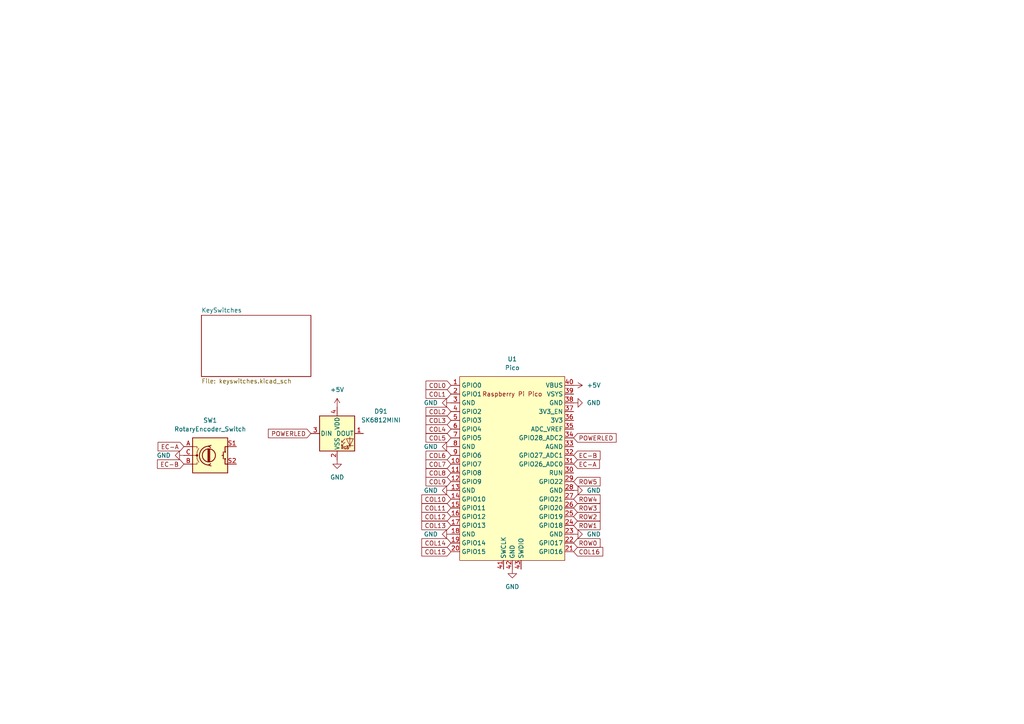
<source format=kicad_sch>
(kicad_sch (version 20250114) (generator "eeschema") (generator_version "9.0")
  (paper "A4")
  (lib_symbols
    (symbol "Device:RotaryEncoder_Switch" (pin_names (offset 0.254) (hide yes))
      (property "Reference" "SW" (at 0 6.604 0))
      (property "Value" "RotaryEncoder_Switch" (at 0 -6.604 0))
      (symbol "RotaryEncoder_Switch_0_1"
        (rectangle (start -5.08 5.08) (end 5.08 -5.08) (stroke (width 0.254)) (fill (type background)))
        (polyline (pts (xy -5.08 2.54) (xy -3.81 2.54) (xy -3.81 2.032)))
        (polyline (pts (xy -5.08 0) (xy -3.81 0) (xy -3.81 -1.016) (xy -3.302 -2.032)))
        (polyline (pts (xy -5.08 -2.54) (xy -3.81 -2.54) (xy -3.81 -2.032)))
        (polyline (pts (xy -4.318 0) (xy -3.81 0) (xy -3.81 1.016) (xy -3.302 2.032)))
        (circle (center -3.81 0) (radius 0.254) (fill (type outline)))
        (polyline (pts (xy -0.635 -1.778) (xy -0.635 1.778)) (stroke (width 0.254)))
        (circle (center -0.381 0) (radius 1.905) (stroke (width 0.254)))
        (polyline (pts (xy -0.381 -1.778) (xy -0.381 1.778)) (stroke (width 0.254)))
        (arc (start -0.381 -2.794) (mid -3.0988 -0.0635) (end -0.381 2.667) (stroke (width 0.254)))
        (polyline (pts (xy -0.127 1.778) (xy -0.127 -1.778)) (stroke (width 0.254)))
        (polyline (pts (xy 0.254 2.921) (xy -0.508 2.667) (xy 0.127 2.286)) (stroke (width 0.254)))
        (polyline (pts (xy 0.254 -3.048) (xy -0.508 -2.794) (xy 0.127 -2.413)) (stroke (width 0.254)))
        (polyline (pts (xy 3.81 1.016) (xy 3.81 -1.016)) (stroke (width 0.254)))
        (polyline (pts (xy 3.81 0) (xy 3.429 0)) (stroke (width 0.254)))
        (circle (center 4.318 1.016) (radius 0.127) (stroke (width 0.254)))
        (circle (center 4.318 -1.016) (radius 0.127) (stroke (width 0.254)))
        (polyline (pts (xy 5.08 2.54) (xy 4.318 2.54) (xy 4.318 1.016)) (stroke (width 0.254)))
        (polyline (pts (xy 5.08 -2.54) (xy 4.318 -2.54) (xy 4.318 -1.016)) (stroke (width 0.254)))
      )
      (symbol "RotaryEncoder_Switch_1_1"
        (pin passive line (at -7.62 2.54 0) (length 2.54) (name "A") (number "A"))
        (pin passive line (at -7.62 0 0) (length 2.54) (name "C") (number "C"))
        (pin passive line (at -7.62 -2.54 0) (length 2.54) (name "B") (number "B"))
        (pin passive line (at 7.62 2.54 180) (length 2.54) (name "S1") (number "S1"))
        (pin passive line (at 7.62 -2.54 180) (length 2.54) (name "S2") (number "S2"))
      )
    )
    (symbol "LED:SK6812MINI" (pin_names (offset 0.254))
      (property "Reference" "D" (at 5.08 5.715 0))
      (property "Value" "SK6812MINI" (at 1.27 -5.715 0))
      (symbol "SK6812MINI_0_0"
        (text "RGB" (at 2.286 -4.191 0) (effects (font (size 0.762 0.762))))
      )
      (symbol "SK6812MINI_0_1"
        (polyline (pts (xy 1.27 -2.54) (xy 1.778 -2.54)))
        (polyline (pts (xy 1.27 -3.556) (xy 1.778 -3.556)))
        (polyline (pts (xy 2.286 -1.524) (xy 1.27 -2.54) (xy 1.27 -2.032)))
        (polyline (pts (xy 2.286 -2.54) (xy 1.27 -3.556) (xy 1.27 -3.048)))
        (polyline (pts (xy 3.683 -1.016) (xy 3.683 -3.556) (xy 3.683 -4.064)))
        (polyline (pts (xy 4.699 -1.524) (xy 2.667 -1.524) (xy 3.683 -3.556) (xy 4.699 -1.524)))
        (polyline (pts (xy 4.699 -3.556) (xy 2.667 -3.556)))
        (rectangle (start 5.08 5.08) (end -5.08 -5.08) (stroke (width 0.254)) (fill (type background)))
      )
      (symbol "SK6812MINI_1_1"
        (pin input line (at -7.62 0 0) (length 2.54) (name "DIN") (number "3"))
        (pin power_in line (at 0 7.62 270) (length 2.54) (name "VDD") (number "4"))
        (pin power_in line (at 0 -7.62 90) (length 2.54) (name "VSS") (number "2"))
        (pin output line (at 7.62 0 180) (length 2.54) (name "DOUT") (number "1"))
      )
    )
    (symbol "MCU_RaspberryPi_and_Boards:Pico"
      (property "Reference" "U" (at -13.97 27.94 0))
      (property "Value" "Pico" (at 0 19.05 0))
      (symbol "Pico_0_0"
        (text "Raspberry Pi Pico" (at 0 21.59 0) (effects (font (size 1.27 1.27))))
      )
      (symbol "Pico_0_1"
        (rectangle (start -15.24 26.67) (end 15.24 -26.67) (fill (type background)))
      )
      (symbol "Pico_1_1"
        (pin bidirectional line (at -17.78 24.13 0) (length 2.54) (name "GPIO0") (number "1"))
        (pin bidirectional line (at -17.78 21.59 0) (length 2.54) (name "GPIO1") (number "2"))
        (pin power_in line (at -17.78 19.05 0) (length 2.54) (name "GND") (number "3"))
        (pin bidirectional line (at -17.78 16.51 0) (length 2.54) (name "GPIO2") (number "4"))
        (pin bidirectional line (at -17.78 13.97 0) (length 2.54) (name "GPIO3") (number "5"))
        (pin bidirectional line (at -17.78 11.43 0) (length 2.54) (name "GPIO4") (number "6"))
        (pin bidirectional line (at -17.78 8.89 0) (length 2.54) (name "GPIO5") (number "7"))
        (pin power_in line (at -17.78 6.35 0) (length 2.54) (name "GND") (number "8"))
        (pin bidirectional line (at -17.78 3.81 0) (length 2.54) (name "GPIO6") (number "9"))
        (pin bidirectional line (at -17.78 1.27 0) (length 2.54) (name "GPIO7") (number "10"))
        (pin bidirectional line (at -17.78 -1.27 0) (length 2.54) (name "GPIO8") (number "11"))
        (pin bidirectional line (at -17.78 -3.81 0) (length 2.54) (name "GPIO9") (number "12"))
        (pin power_in line (at -17.78 -6.35 0) (length 2.54) (name "GND") (number "13"))
        (pin bidirectional line (at -17.78 -8.89 0) (length 2.54) (name "GPIO10") (number "14"))
        (pin bidirectional line (at -17.78 -11.43 0) (length 2.54) (name "GPIO11") (number "15"))
        (pin bidirectional line (at -17.78 -13.97 0) (length 2.54) (name "GPIO12") (number "16"))
        (pin bidirectional line (at -17.78 -16.51 0) (length 2.54) (name "GPIO13") (number "17"))
        (pin power_in line (at -17.78 -19.05 0) (length 2.54) (name "GND") (number "18"))
        (pin bidirectional line (at -17.78 -21.59 0) (length 2.54) (name "GPIO14") (number "19"))
        (pin bidirectional line (at -17.78 -24.13 0) (length 2.54) (name "GPIO15") (number "20"))
        (pin input line (at -2.54 -29.21 90) (length 2.54) (name "SWCLK") (number "41"))
        (pin power_in line (at 0 -29.21 90) (length 2.54) (name "GND") (number "42"))
        (pin bidirectional line (at 2.54 -29.21 90) (length 2.54) (name "SWDIO") (number "43"))
        (pin power_in line (at 17.78 24.13 180) (length 2.54) (name "VBUS") (number "40"))
        (pin power_in line (at 17.78 21.59 180) (length 2.54) (name "VSYS") (number "39"))
        (pin bidirectional line (at 17.78 19.05 180) (length 2.54) (name "GND") (number "38"))
        (pin input line (at 17.78 16.51 180) (length 2.54) (name "3V3_EN") (number "37"))
        (pin power_in line (at 17.78 13.97 180) (length 2.54) (name "3V3") (number "36"))
        (pin power_in line (at 17.78 11.43 180) (length 2.54) (name "ADC_VREF") (number "35"))
        (pin bidirectional line (at 17.78 8.89 180) (length 2.54) (name "GPIO28_ADC2") (number "34"))
        (pin power_in line (at 17.78 6.35 180) (length 2.54) (name "AGND") (number "33"))
        (pin bidirectional line (at 17.78 3.81 180) (length 2.54) (name "GPIO27_ADC1") (number "32"))
        (pin bidirectional line (at 17.78 1.27 180) (length 2.54) (name "GPIO26_ADC0") (number "31"))
        (pin input line (at 17.78 -1.27 180) (length 2.54) (name "RUN") (number "30"))
        (pin bidirectional line (at 17.78 -3.81 180) (length 2.54) (name "GPIO22") (number "29"))
        (pin power_in line (at 17.78 -6.35 180) (length 2.54) (name "GND") (number "28"))
        (pin bidirectional line (at 17.78 -8.89 180) (length 2.54) (name "GPIO21") (number "27"))
        (pin bidirectional line (at 17.78 -11.43 180) (length 2.54) (name "GPIO20") (number "26"))
        (pin bidirectional line (at 17.78 -13.97 180) (length 2.54) (name "GPIO19") (number "25"))
        (pin bidirectional line (at 17.78 -16.51 180) (length 2.54) (name "GPIO18") (number "24"))
        (pin power_in line (at 17.78 -19.05 180) (length 2.54) (name "GND") (number "23"))
        (pin bidirectional line (at 17.78 -21.59 180) (length 2.54) (name "GPIO17") (number "22"))
        (pin bidirectional line (at 17.78 -24.13 180) (length 2.54) (name "GPIO16") (number "21"))
      )
    )
    (symbol "power:+5V" (power) (pin_numbers (hide yes)) (pin_names (offset 0) (hide yes))
      (property "Value" "+5V" (at 0 3.556 0))
      (symbol "+5V_0_1"
        (polyline (pts (xy -0.762 1.27) (xy 0 2.54)))
        (polyline (pts (xy 0 2.54) (xy 0.762 1.27)))
        (polyline (pts (xy 0 0) (xy 0 2.54)))
      )
      (symbol "+5V_1_1"
        (pin power_in line (at 0 0 90) (length 0) (name "~") (number "1"))
      )
    )
    (symbol "power:GND" (power) (pin_numbers (hide yes)) (pin_names (offset 0) (hide yes))
      (property "Value" "GND" (at 0 -3.81 0))
      (symbol "GND_0_1"
        (polyline (pts (xy 0 0) (xy 0 -1.27) (xy 1.27 -1.27) (xy 0 -2.54) (xy -1.27 -1.27) (xy 0 -1.27)))
      )
      (symbol "GND_1_1"
        (pin power_in line (at 0 0 270) (length 0) (name "~") (number "1"))
      )
    )
  )
  (global_label "COL8" (shape input) (at 130.81 137.16 180) (property "Intersheetrefs" "${INTERSHEET_REFS}" (effects (hide yes))))
  (global_label "ROW4" (shape input) (at 166.37 144.78 0) (property "Intersheetrefs" "${INTERSHEET_REFS}" (effects (hide yes))))
  (global_label "ROW3" (shape input) (at 166.37 147.32 0) (property "Intersheetrefs" "${INTERSHEET_REFS}" (effects (hide yes))))
  (global_label "COL1" (shape input) (at 130.81 114.3 180) (property "Intersheetrefs" "${INTERSHEET_REFS}" (effects (hide yes))))
  (global_label "POWERLED" (shape input) (at 166.37 127 0) (property "Intersheetrefs" "${INTERSHEET_REFS}" (effects (hide yes))))
  (global_label "EC-A" (shape input) (at 53.34 129.54 180) (property "Intersheetrefs" "${INTERSHEET_REFS}" (effects (hide yes))))
  (global_label "COL16" (shape input) (at 166.37 160.02 0) (property "Intersheetrefs" "${INTERSHEET_REFS}" (effects (hide yes))))
  (global_label "COL4" (shape input) (at 130.81 124.46 180) (property "Intersheetrefs" "${INTERSHEET_REFS}" (effects (hide yes))))
  (global_label "EC-B" (shape input) (at 166.37 132.08 0) (property "Intersheetrefs" "${INTERSHEET_REFS}" (effects (hide yes))))
  (global_label "COL5" (shape input) (at 130.81 127 180) (property "Intersheetrefs" "${INTERSHEET_REFS}" (effects (hide yes))))
  (global_label "ROW1" (shape input) (at 166.37 152.4 0) (property "Intersheetrefs" "${INTERSHEET_REFS}" (effects (hide yes))))
  (global_label "COL7" (shape input) (at 130.81 134.62 180) (property "Intersheetrefs" "${INTERSHEET_REFS}" (effects (hide yes))))
  (global_label "EC-B" (shape input) (at 53.34 134.62 180) (property "Intersheetrefs" "${INTERSHEET_REFS}" (effects (hide yes))))
  (global_label "COL14" (shape input) (at 130.81 157.48 180) (property "Intersheetrefs" "${INTERSHEET_REFS}" (effects (hide yes))))
  (global_label "COL15" (shape input) (at 130.81 160.02 180) (property "Intersheetrefs" "${INTERSHEET_REFS}" (effects (hide yes))))
  (global_label "COL6" (shape input) (at 130.81 132.08 180) (property "Intersheetrefs" "${INTERSHEET_REFS}" (effects (hide yes))))
  (global_label "EC-A" (shape input) (at 166.37 134.62 0) (property "Intersheetrefs" "${INTERSHEET_REFS}" (effects (hide yes))))
  (global_label "COL10" (shape input) (at 130.81 144.78 180) (property "Intersheetrefs" "${INTERSHEET_REFS}" (effects (hide yes))))
  (global_label "COL3" (shape input) (at 130.81 121.92 180) (property "Intersheetrefs" "${INTERSHEET_REFS}" (effects (hide yes))))
  (global_label "COL9" (shape input) (at 130.81 139.7 180) (property "Intersheetrefs" "${INTERSHEET_REFS}" (effects (hide yes))))
  (global_label "ROW0" (shape input) (at 166.37 157.48 0) (property "Intersheetrefs" "${INTERSHEET_REFS}" (effects (hide yes))))
  (global_label "POWERLED" (shape input) (at 90.17 125.73 180) (property "Intersheetrefs" "${INTERSHEET_REFS}" (effects (hide yes))))
  (global_label "ROW2" (shape input) (at 166.37 149.86 0) (property "Intersheetrefs" "${INTERSHEET_REFS}" (effects (hide yes))))
  (global_label "COL2" (shape input) (at 130.81 119.38 180) (property "Intersheetrefs" "${INTERSHEET_REFS}" (effects (hide yes))))
  (global_label "COL13" (shape input) (at 130.81 152.4 180) (property "Intersheetrefs" "${INTERSHEET_REFS}" (effects (hide yes))))
  (global_label "COL11" (shape input) (at 130.81 147.32 180) (property "Intersheetrefs" "${INTERSHEET_REFS}" (effects (hide yes))))
  (global_label "ROW5" (shape input) (at 166.37 139.7 0) (property "Intersheetrefs" "${INTERSHEET_REFS}" (effects (hide yes))))
  (global_label "COL12" (shape input) (at 130.81 149.86 180) (property "Intersheetrefs" "${INTERSHEET_REFS}" (effects (hide yes))))
  (global_label "COL0" (shape input) (at 130.81 111.76 180) (property "Intersheetrefs" "${INTERSHEET_REFS}" (effects (hide yes))))
  (symbol (lib_id "power:GND") (at 130.81 154.94 270) (unit 1)
    (property "Reference" "#PWR04" (effects (hide yes)))
    (property "Value" "GND" (at 127 154.9399 90) (effects (justify right)))
    (property "Description" "Power symbol creates a global label with name \"GND\" , ground" (effects (hide yes)))
  )
  (symbol (lib_id "power:+5V") (at 166.37 111.76 270) (unit 1)
    (property "Reference" "#PWR09" (effects (hide yes)))
    (property "Value" "+5V" (at 170.18 111.7599 90) (effects (justify left)))
    (property "Description" "Power symbol creates a global label with name \"+5V\"" (effects (hide yes)))
  )
  (symbol (lib_id "power:GND") (at 53.34 132.08 270) (unit 1)
    (property "Reference" "#PWR010" (effects (hide yes)))
    (property "Value" "GND" (at 49.53 132.0799 90) (effects (justify right)))
    (property "Description" "Power symbol creates a global label with name \"GND\" , ground" (effects (hide yes)))
  )
  (symbol (lib_id "LED:SK6812MINI") (at 97.79 125.73 0) (unit 1)
    (property "Reference" "D91" (at 110.49 119.3098 0))
    (property "Value" "SK6812MINI" (at 110.49 121.8498 0))
    (property "Footprint" "LED_SMD:LED_SK6812MINI_PLCC4_3.5x3.5mm_P1.75mm" (effects (hide yes)))
    (property "Datasheet" "https://cdn-shop.adafruit.com/product-files/2686/SK6812MINI_REV.01-1-2.pdf" (effects (hide yes)))
    (property "Description" "RGB LED with integrated controller" (effects (hide yes)))
  )
  (symbol (lib_id "power:GND") (at 166.37 116.84 90) (unit 1)
    (property "Reference" "#PWR07" (effects (hide yes)))
    (property "Value" "GND" (at 170.18 116.8399 90) (effects (justify right)))
    (property "Description" "Power symbol creates a global label with name \"GND\" , ground" (effects (hide yes)))
  )
  (symbol (lib_id "power:GND") (at 166.37 154.94 90) (unit 1)
    (property "Reference" "#PWR06" (effects (hide yes)))
    (property "Value" "GND" (at 170.18 154.9399 90) (effects (justify right)))
    (property "Description" "Power symbol creates a global label with name \"GND\" , ground" (effects (hide yes)))
  )
  (symbol (lib_id "power:GND") (at 97.79 133.35 0) (unit 1)
    (property "Reference" "#PWR013" (effects (hide yes)))
    (property "Value" "GND" (at 97.79 138.43 0))
    (property "Description" "Power symbol creates a global label with name \"GND\" , ground" (effects (hide yes)))
  )
  (symbol (lib_id "power:GND") (at 130.81 142.24 270) (unit 1)
    (property "Reference" "#PWR03" (effects (hide yes)))
    (property "Value" "GND" (at 127 142.2399 90) (effects (justify right)))
    (property "Description" "Power symbol creates a global label with name \"GND\" , ground" (effects (hide yes)))
  )
  (symbol (lib_id "power:GND") (at 166.37 142.24 90) (unit 1)
    (property "Reference" "#PWR05" (effects (hide yes)))
    (property "Value" "GND" (at 170.18 142.2399 90) (effects (justify right)))
    (property "Description" "Power symbol creates a global label with name \"GND\" , ground" (effects (hide yes)))
  )
  (symbol (lib_id "MCU_RaspberryPi_and_Boards:Pico") (at 148.59 135.89 0) (unit 1)
    (property "Reference" "U1" (at 148.59 104.14 0))
    (property "Value" "Pico" (at 148.59 106.68 0))
    (property "Footprint" "MCU_RaspberryPi_and_Boards:RPi_Pico_SMD_TH" (effects (hide yes)))
  )
  (symbol (lib_id "power:GND") (at 148.59 165.1 0) (unit 1)
    (property "Reference" "#PWR08" (effects (hide yes)))
    (property "Value" "GND" (at 148.59 170.18 0))
    (property "Description" "Power symbol creates a global label with name \"GND\" , ground" (effects (hide yes)))
  )
  (symbol (lib_id "Device:RotaryEncoder_Switch") (at 60.96 132.08 0) (unit 1)
    (property "Reference" "SW1" (at 60.96 121.92 0))
    (property "Value" "RotaryEncoder_Switch" (at 60.96 124.46 0))
    (property "Footprint" "Rotary_Encoder:RotaryEncoder_Alps_EC11E-Switch_Vertical_H20mm" (effects (hide yes)))
    (property "Description" "Rotary encoder, dual channel, incremental quadrate outputs, with switch" (effects (hide yes)))
  )
  (symbol (lib_id "power:+5V") (at 97.79 118.11 0) (unit 1)
    (property "Reference" "#PWR014" (effects (hide yes)))
    (property "Value" "+5V" (at 97.79 113.03 0))
    (property "Description" "Power symbol creates a global label with name \"+5V\"" (effects (hide yes)))
  )
  (symbol (lib_id "power:GND") (at 130.81 129.54 270) (unit 1)
    (property "Reference" "#PWR02" (effects (hide yes)))
    (property "Value" "GND" (at 127 129.5399 90) (effects (justify right)))
    (property "Description" "Power symbol creates a global label with name \"GND\" , ground" (effects (hide yes)))
  )
  (symbol (lib_id "power:GND") (at 130.81 116.84 270) (unit 1)
    (property "Reference" "#PWR01" (effects (hide yes)))
    (property "Value" "GND" (at 127 116.8399 90) (effects (justify right)))
    (property "Description" "Power symbol creates a global label with name \"GND\" , ground" (effects (hide yes)))
  )
  (sheet (at 58.42 91.44) (size 31.75 17.78) (stroke (width 0.1524))
    (property "Sheetname" "KeySwitches" (at 58.42 90.7284 0) (effects (justify left bottom)))
    (property "Sheetfile" "keyswitches.kicad_sch" (at 58.42 109.8046 0) (effects (justify left top)))
  )
)
</source>
